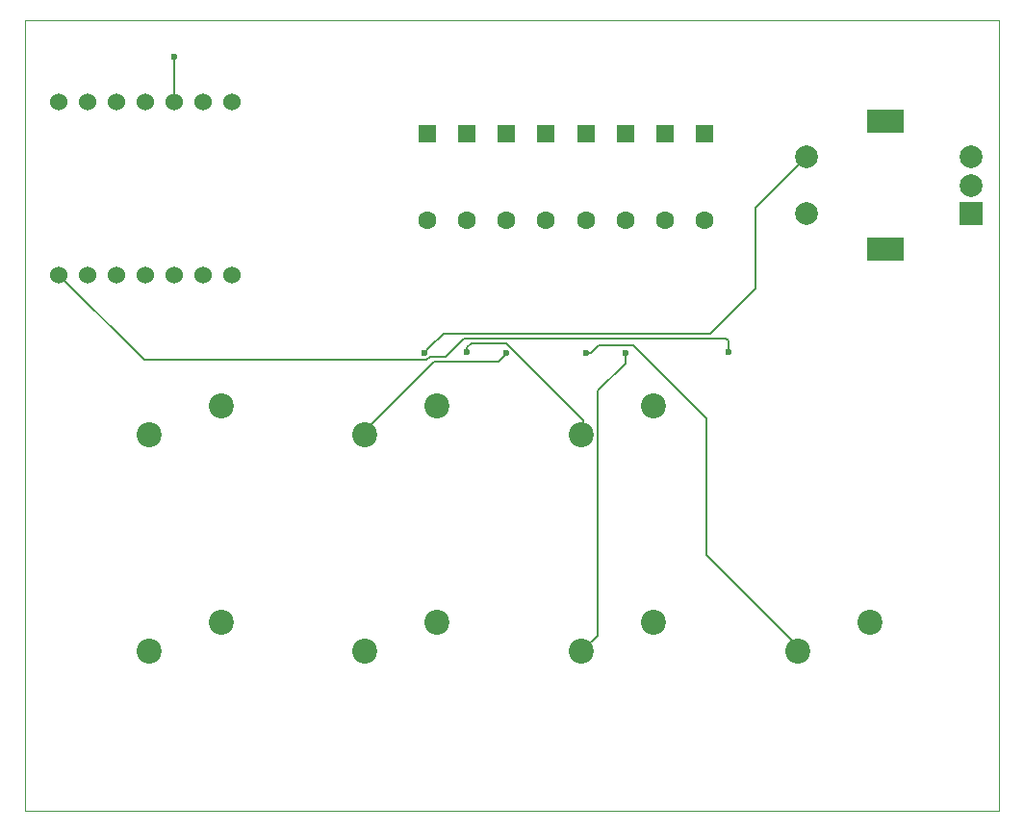
<source format=gbl>
%TF.GenerationSoftware,KiCad,Pcbnew,9.0.7*%
%TF.CreationDate,2026-02-20T22:18:56+01:00*%
%TF.ProjectId,Schematic.kicad_pcb_2,53636865-6d61-4746-9963-2e6b69636164,rev?*%
%TF.SameCoordinates,Original*%
%TF.FileFunction,Copper,L2,Bot*%
%TF.FilePolarity,Positive*%
%FSLAX46Y46*%
G04 Gerber Fmt 4.6, Leading zero omitted, Abs format (unit mm)*
G04 Created by KiCad (PCBNEW 9.0.7) date 2026-02-20 22:18:56*
%MOMM*%
%LPD*%
G01*
G04 APERTURE LIST*
G04 Aperture macros list*
%AMRoundRect*
0 Rectangle with rounded corners*
0 $1 Rounding radius*
0 $2 $3 $4 $5 $6 $7 $8 $9 X,Y pos of 4 corners*
0 Add a 4 corners polygon primitive as box body*
4,1,4,$2,$3,$4,$5,$6,$7,$8,$9,$2,$3,0*
0 Add four circle primitives for the rounded corners*
1,1,$1+$1,$2,$3*
1,1,$1+$1,$4,$5*
1,1,$1+$1,$6,$7*
1,1,$1+$1,$8,$9*
0 Add four rect primitives between the rounded corners*
20,1,$1+$1,$2,$3,$4,$5,0*
20,1,$1+$1,$4,$5,$6,$7,0*
20,1,$1+$1,$6,$7,$8,$9,0*
20,1,$1+$1,$8,$9,$2,$3,0*%
G04 Aperture macros list end*
%TA.AperFunction,ComponentPad*%
%ADD10R,2.000000X2.000000*%
%TD*%
%TA.AperFunction,ComponentPad*%
%ADD11C,2.000000*%
%TD*%
%TA.AperFunction,ComponentPad*%
%ADD12R,3.200000X2.000000*%
%TD*%
%TA.AperFunction,ComponentPad*%
%ADD13C,2.200000*%
%TD*%
%TA.AperFunction,ComponentPad*%
%ADD14RoundRect,0.250000X-0.550000X0.550000X-0.550000X-0.550000X0.550000X-0.550000X0.550000X0.550000X0*%
%TD*%
%TA.AperFunction,ComponentPad*%
%ADD15C,1.600000*%
%TD*%
%TA.AperFunction,ComponentPad*%
%ADD16C,1.524000*%
%TD*%
%TA.AperFunction,ViaPad*%
%ADD17C,0.600000*%
%TD*%
%TA.AperFunction,Conductor*%
%ADD18C,0.200000*%
%TD*%
%TA.AperFunction,Profile*%
%ADD19C,0.050000*%
%TD*%
G04 APERTURE END LIST*
D10*
%TO.P,SW7,A,A*%
%TO.N,Net-(U1-GPIO4{slash}MISO)*%
X101250000Y-32000000D03*
D11*
%TO.P,SW7,B,B*%
%TO.N,Net-(U1-GPIO3{slash}MOSI)*%
X101250000Y-27000000D03*
%TO.P,SW7,C,C*%
%TO.N,GND*%
X101250000Y-29500000D03*
D12*
%TO.P,SW7,MP*%
%TO.N,N/C*%
X93750000Y-35100000D03*
X93750000Y-23900000D03*
D11*
%TO.P,SW7,S1,S1*%
%TO.N,Net-(D8-A)*%
X86750000Y-27000000D03*
%TO.P,SW7,S2,S2*%
%TO.N,Net-(U1-GPIO26{slash}ADC0{slash}A0)*%
X86750000Y-32000000D03*
%TD*%
D13*
%TO.P,SW1,1,1*%
%TO.N,Net-(U1-GPIO29{slash}ADC3{slash}A3)*%
X35290000Y-68000000D03*
%TO.P,SW1,2,2*%
%TO.N,Net-(D1-A)*%
X28940000Y-70540000D03*
%TD*%
D14*
%TO.P,D3,1,K*%
%TO.N,Net-(D1-K)*%
X70841071Y-24940000D03*
D15*
%TO.P,D3,2,A*%
%TO.N,Net-(D3-A)*%
X70841071Y-32560000D03*
%TD*%
D13*
%TO.P,SW5,1,1*%
%TO.N,Net-(U1-GPIO28{slash}ADC2{slash}A2)*%
X54290000Y-48920000D03*
%TO.P,SW5,2,2*%
%TO.N,Net-(D6-A)*%
X47940000Y-51460000D03*
%TD*%
%TO.P,SW2,1,1*%
%TO.N,Net-(U1-GPIO28{slash}ADC2{slash}A2)*%
X54290000Y-68000000D03*
%TO.P,SW2,2,2*%
%TO.N,Net-(D2-A)*%
X47940000Y-70540000D03*
%TD*%
D16*
%TO.P,U1,1,GPIO26/ADC0/A0*%
%TO.N,Net-(U1-GPIO26{slash}ADC0{slash}A0)*%
X21000000Y-37370000D03*
%TO.P,U1,2,GPIO27/ADC1/A1*%
%TO.N,Net-(U1-GPIO27{slash}ADC1{slash}A1)*%
X23540000Y-37370000D03*
%TO.P,U1,3,GPIO28/ADC2/A2*%
%TO.N,Net-(U1-GPIO28{slash}ADC2{slash}A2)*%
X26080000Y-37370000D03*
%TO.P,U1,4,GPIO29/ADC3/A3*%
%TO.N,Net-(U1-GPIO29{slash}ADC3{slash}A3)*%
X28620000Y-37370000D03*
%TO.P,U1,5,GPIO6/SDA*%
%TO.N,unconnected-(U1-GPIO6{slash}SDA-Pad5)*%
X31160000Y-37370000D03*
%TO.P,U1,6,GPIO7/SCL*%
%TO.N,unconnected-(U1-GPIO7{slash}SCL-Pad6)*%
X33700000Y-37370000D03*
%TO.P,U1,7,GPIO0/TX*%
%TO.N,Net-(D9-DIN)*%
X36240000Y-37370000D03*
%TO.P,U1,8,GPIO1/RX*%
%TO.N,Net-(D5-K)*%
X36240000Y-22130000D03*
%TO.P,U1,9,GPIO2/SCK*%
%TO.N,Net-(D1-K)*%
X33700000Y-22130000D03*
%TO.P,U1,10,GPIO4/MISO*%
%TO.N,Net-(U1-GPIO4{slash}MISO)*%
X31160000Y-22130000D03*
%TO.P,U1,11,GPIO3/MOSI*%
%TO.N,Net-(U1-GPIO3{slash}MOSI)*%
X28620000Y-22130000D03*
%TO.P,U1,12,3V3*%
%TO.N,unconnected-(U1-3V3-Pad12)*%
X26080000Y-22130000D03*
%TO.P,U1,13,GND*%
%TO.N,GND*%
X23540000Y-22130000D03*
%TO.P,U1,14,VBUS*%
%TO.N,+5V*%
X21000000Y-22130000D03*
%TD*%
D13*
%TO.P,SW3,1,1*%
%TO.N,Net-(U1-GPIO27{slash}ADC1{slash}A1)*%
X73350000Y-68000000D03*
%TO.P,SW3,2,2*%
%TO.N,Net-(D3-A)*%
X67000000Y-70540000D03*
%TD*%
%TO.P,SW8,1,1*%
%TO.N,Net-(U1-GPIO26{slash}ADC0{slash}A0)*%
X92350000Y-68000000D03*
%TO.P,SW8,2,2*%
%TO.N,Net-(D4-A)*%
X86000000Y-70540000D03*
%TD*%
D14*
%TO.P,D4,1,K*%
%TO.N,Net-(D1-K)*%
X67355357Y-24940000D03*
D15*
%TO.P,D4,2,A*%
%TO.N,Net-(D4-A)*%
X67355357Y-32560000D03*
%TD*%
D13*
%TO.P,SW6,1,1*%
%TO.N,Net-(U1-GPIO27{slash}ADC1{slash}A1)*%
X73290000Y-48920000D03*
%TO.P,SW6,2,2*%
%TO.N,Net-(D7-A)*%
X66940000Y-51460000D03*
%TD*%
D14*
%TO.P,D6,1,K*%
%TO.N,Net-(D5-K)*%
X60383929Y-24940000D03*
D15*
%TO.P,D6,2,A*%
%TO.N,Net-(D6-A)*%
X60383929Y-32560000D03*
%TD*%
D14*
%TO.P,D1,1,K*%
%TO.N,Net-(D1-K)*%
X77812500Y-24940000D03*
D15*
%TO.P,D1,2,A*%
%TO.N,Net-(D1-A)*%
X77812500Y-32560000D03*
%TD*%
D14*
%TO.P,D2,1,K*%
%TO.N,Net-(D1-K)*%
X74326786Y-24940000D03*
D15*
%TO.P,D2,2,A*%
%TO.N,Net-(D2-A)*%
X74326786Y-32560000D03*
%TD*%
D14*
%TO.P,D5,1,K*%
%TO.N,Net-(D5-K)*%
X63869643Y-25000000D03*
D15*
%TO.P,D5,2,A*%
%TO.N,Net-(D5-A)*%
X63869643Y-32620000D03*
%TD*%
D13*
%TO.P,SW4,1,1*%
%TO.N,Net-(U1-GPIO29{slash}ADC3{slash}A3)*%
X35290000Y-48920000D03*
%TO.P,SW4,2,2*%
%TO.N,Net-(D5-A)*%
X28940000Y-51460000D03*
%TD*%
D14*
%TO.P,D8,1,K*%
%TO.N,Net-(D5-K)*%
X53412500Y-24940000D03*
D15*
%TO.P,D8,2,A*%
%TO.N,Net-(D8-A)*%
X53412500Y-32560000D03*
%TD*%
D14*
%TO.P,D7,1,K*%
%TO.N,Net-(D5-K)*%
X56898214Y-24940000D03*
D15*
%TO.P,D7,2,A*%
%TO.N,Net-(D7-A)*%
X56898214Y-32560000D03*
%TD*%
D17*
%TO.N,Net-(D3-A)*%
X70895536Y-44245536D03*
%TO.N,Net-(D4-A)*%
X67355357Y-44300000D03*
%TO.N,Net-(D6-A)*%
X60383929Y-44283929D03*
%TO.N,Net-(D7-A)*%
X56900000Y-44200000D03*
%TO.N,Net-(D8-A)*%
X53150707Y-44250707D03*
%TO.N,Net-(U1-GPIO4{slash}MISO)*%
X31160000Y-18198000D03*
%TO.N,Net-(U1-GPIO26{slash}ADC0{slash}A0)*%
X79900000Y-44200000D03*
%TD*%
D18*
%TO.N,Net-(D3-A)*%
X70841071Y-45158929D02*
X68399000Y-47601000D01*
X68399000Y-69141000D02*
X67000000Y-70540000D01*
X70841071Y-44300001D02*
X70841071Y-45158929D01*
X68399000Y-47601000D02*
X68399000Y-69141000D01*
X70895536Y-44245536D02*
X70841071Y-44300001D01*
%TO.N,Net-(D4-A)*%
X71520000Y-43620000D02*
X77950000Y-50050000D01*
X77950000Y-62027500D02*
X86462500Y-70540000D01*
X67355357Y-44300000D02*
X67800000Y-44300000D01*
X67800000Y-44300000D02*
X68480000Y-43620000D01*
X77950000Y-50050000D02*
X77950000Y-62027500D01*
X68480000Y-43620000D02*
X71520000Y-43620000D01*
%TO.N,Net-(D6-A)*%
X60383929Y-44283929D02*
X60383929Y-44316070D01*
X60383929Y-44316070D02*
X59699999Y-45000000D01*
X54007500Y-45000000D02*
X47797500Y-51210000D01*
X59699999Y-45000000D02*
X54007500Y-45000000D01*
%TO.N,Net-(D7-A)*%
X56900000Y-43800000D02*
X57300000Y-43400000D01*
X57300000Y-43400000D02*
X60349943Y-43400000D01*
X60349943Y-43400000D02*
X67152500Y-50202557D01*
X67152500Y-50202557D02*
X67152500Y-51210000D01*
X56900000Y-44200000D02*
X56900000Y-43800000D01*
%TO.N,Net-(D8-A)*%
X82300000Y-38600000D02*
X82300000Y-31450000D01*
X53599000Y-43801000D02*
X54820000Y-42580000D01*
X82300000Y-31450000D02*
X86750000Y-27000000D01*
X53599000Y-43802414D02*
X53599000Y-43801000D01*
X78320000Y-42580000D02*
X82300000Y-38600000D01*
X53150707Y-44250707D02*
X53599000Y-43802414D01*
X54820000Y-42580000D02*
X78320000Y-42580000D01*
%TO.N,Net-(U1-GPIO4{slash}MISO)*%
X31160000Y-18198000D02*
X31160000Y-22130000D01*
%TO.N,Net-(U1-GPIO26{slash}ADC0{slash}A0)*%
X53649943Y-44600000D02*
X53349943Y-44900000D01*
X79900000Y-43200000D02*
X79680000Y-42980000D01*
X53349943Y-44900000D02*
X28530000Y-44900000D01*
X79900000Y-44200000D02*
X79900000Y-43200000D01*
X56620000Y-42980000D02*
X55000000Y-44600000D01*
X55000000Y-44600000D02*
X53649943Y-44600000D01*
X28530000Y-44900000D02*
X21000000Y-37370000D01*
X79680000Y-42980000D02*
X56620000Y-42980000D01*
%TD*%
D19*
X18000000Y-14943750D02*
X103725000Y-14943750D01*
X103725000Y-84581250D01*
X18000000Y-84581250D01*
X18000000Y-14943750D01*
M02*

</source>
